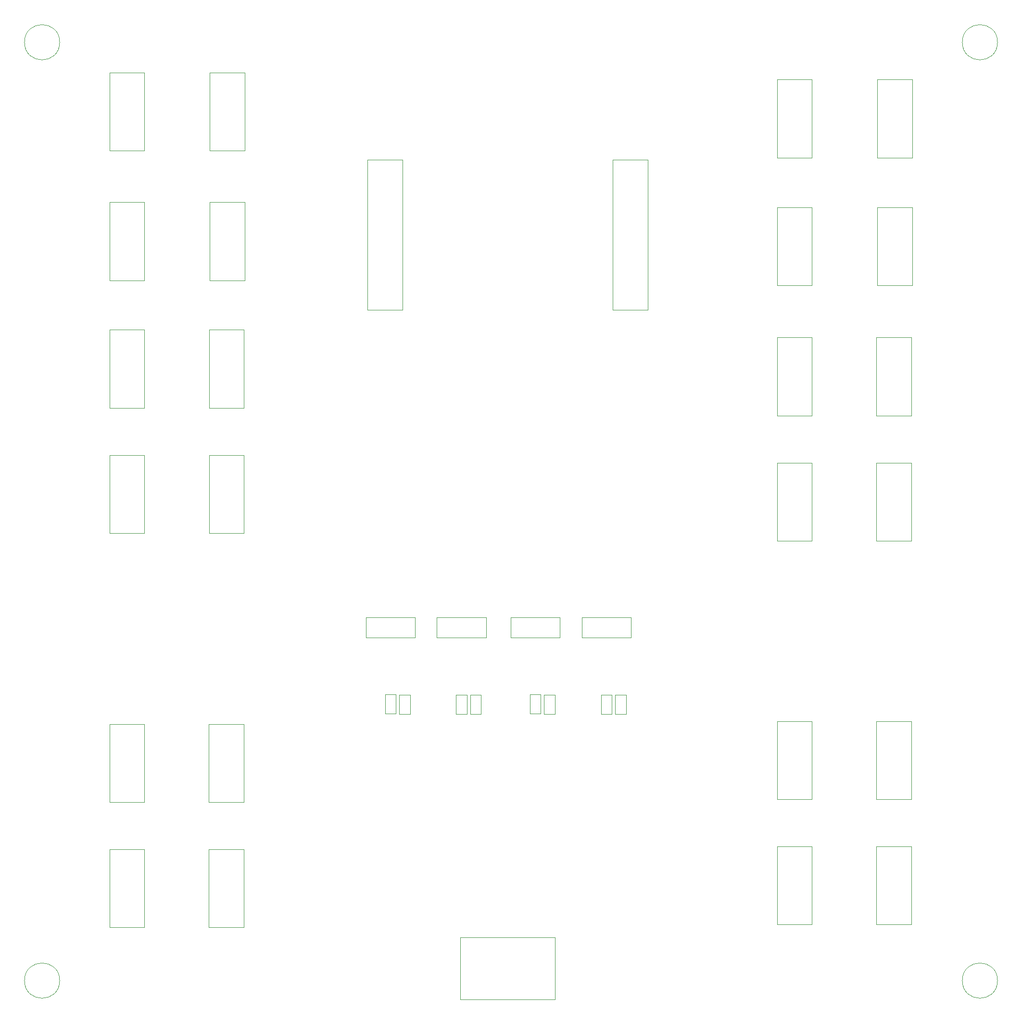
<source format=gbr>
%TF.GenerationSoftware,KiCad,Pcbnew,(6.0.9)*%
%TF.CreationDate,2023-01-09T12:20:17-05:00*%
%TF.ProjectId,Perris_Breakout,50657272-6973-45f4-9272-65616b6f7574,3*%
%TF.SameCoordinates,Original*%
%TF.FileFunction,Other,User*%
%FSLAX46Y46*%
G04 Gerber Fmt 4.6, Leading zero omitted, Abs format (unit mm)*
G04 Created by KiCad (PCBNEW (6.0.9)) date 2023-01-09 12:20:17*
%MOMM*%
%LPD*%
G01*
G04 APERTURE LIST*
%ADD10C,0.050000*%
%ADD11C,0.050800*%
G04 APERTURE END LIST*
D10*
%TO.C,J20*%
X54414272Y-188625000D02*
X54414272Y-202375000D01*
X60564272Y-188625000D02*
X54414272Y-188625000D01*
X60564272Y-202375000D02*
X60564272Y-188625000D01*
X54414272Y-202375000D02*
X60564272Y-202375000D01*
%TO.C,H4*%
X193244300Y-211740000D02*
G75*
G03*
X193244300Y-211740000I-3100000J0D01*
G01*
%TO.C,J9*%
X154425000Y-53215000D02*
X154425000Y-66965000D01*
X154425000Y-66965000D02*
X160575000Y-66965000D01*
X160575000Y-66965000D02*
X160575000Y-53215000D01*
X160575000Y-53215000D02*
X154425000Y-53215000D01*
%TO.C,R6*%
X115329300Y-161495000D02*
X115329300Y-164855000D01*
X115329300Y-164855000D02*
X113429300Y-164855000D01*
X113429300Y-161495000D02*
X115329300Y-161495000D01*
X113429300Y-164855000D02*
X113429300Y-161495000D01*
%TO.C,U1*%
X125500000Y-67280000D02*
X125500000Y-93730000D01*
X82320000Y-67280000D02*
X82320000Y-93730000D01*
X88470000Y-67280000D02*
X82320000Y-67280000D01*
X131650000Y-67280000D02*
X125500000Y-67280000D01*
X125500000Y-93730000D02*
X131650000Y-93730000D01*
D11*
X131650000Y-93730000D02*
X131650000Y-67280000D01*
D10*
X82320000Y-93730000D02*
X88470000Y-93730000D01*
X88470000Y-93730000D02*
X88470000Y-67280000D01*
%TO.C,J15*%
X160575000Y-134375000D02*
X160575000Y-120625000D01*
X154425000Y-120625000D02*
X154425000Y-134375000D01*
X160575000Y-120625000D02*
X154425000Y-120625000D01*
X154425000Y-134375000D02*
X160575000Y-134375000D01*
%TO.C,J25*%
X90719300Y-147790000D02*
X82069300Y-147790000D01*
X82069300Y-151390000D02*
X90719300Y-151390000D01*
X82069300Y-147790000D02*
X82069300Y-151390000D01*
X90719300Y-151390000D02*
X90719300Y-147790000D01*
%TO.C,J24*%
X178075000Y-201875000D02*
X178075000Y-188125000D01*
X171925000Y-188125000D02*
X171925000Y-201875000D01*
X171925000Y-201875000D02*
X178075000Y-201875000D01*
X178075000Y-188125000D02*
X171925000Y-188125000D01*
%TO.C,J14*%
X171925000Y-98590000D02*
X171925000Y-112340000D01*
X171925000Y-112340000D02*
X178075000Y-112340000D01*
X178075000Y-98590000D02*
X171925000Y-98590000D01*
X178075000Y-112340000D02*
X178075000Y-98590000D01*
%TO.C,J16*%
X178075000Y-134375000D02*
X178075000Y-120625000D01*
X178075000Y-120625000D02*
X171925000Y-120625000D01*
X171925000Y-120625000D02*
X171925000Y-134375000D01*
X171925000Y-134375000D02*
X178075000Y-134375000D01*
%TO.C,R2*%
X89829300Y-161495000D02*
X89829300Y-164855000D01*
X87929300Y-164855000D02*
X87929300Y-161495000D01*
X89829300Y-164855000D02*
X87929300Y-164855000D01*
X87929300Y-161495000D02*
X89829300Y-161495000D01*
%TO.C,J7*%
X43075000Y-119270000D02*
X36925000Y-119270000D01*
X36925000Y-133020000D02*
X43075000Y-133020000D01*
X36925000Y-119270000D02*
X36925000Y-133020000D01*
X43075000Y-133020000D02*
X43075000Y-119270000D01*
%TO.C,H3*%
X28144300Y-211740000D02*
G75*
G03*
X28144300Y-211740000I-3100000J0D01*
G01*
%TO.C,J21*%
X154425000Y-179840000D02*
X160575000Y-179840000D01*
X154425000Y-166090000D02*
X154425000Y-179840000D01*
X160575000Y-166090000D02*
X154425000Y-166090000D01*
X160575000Y-179840000D02*
X160575000Y-166090000D01*
%TO.C,J6*%
X60575000Y-110985000D02*
X60575000Y-97235000D01*
X54425000Y-110985000D02*
X60575000Y-110985000D01*
X54425000Y-97235000D02*
X54425000Y-110985000D01*
X60575000Y-97235000D02*
X54425000Y-97235000D01*
%TO.C,R8*%
X127829300Y-164855000D02*
X125929300Y-164855000D01*
X127829300Y-161495000D02*
X127829300Y-164855000D01*
X125929300Y-164855000D02*
X125929300Y-161495000D01*
X125929300Y-161495000D02*
X127829300Y-161495000D01*
%TO.C,J12*%
X172065000Y-75695000D02*
X172065000Y-89445000D01*
X178215000Y-89445000D02*
X178215000Y-75695000D01*
X178215000Y-75695000D02*
X172065000Y-75695000D01*
X172065000Y-89445000D02*
X178215000Y-89445000D01*
%TO.C,J28*%
X120054300Y-147790000D02*
X120054300Y-151390000D01*
X120054300Y-151390000D02*
X128704300Y-151390000D01*
X128704300Y-151390000D02*
X128704300Y-147790000D01*
X128704300Y-147790000D02*
X120054300Y-147790000D01*
%TO.C,J27*%
X107554300Y-147790000D02*
X107554300Y-151390000D01*
X116204300Y-151390000D02*
X116204300Y-147790000D01*
X107554300Y-151390000D02*
X116204300Y-151390000D01*
X116204300Y-147790000D02*
X107554300Y-147790000D01*
%TO.C,J5*%
X43075000Y-97235000D02*
X36925000Y-97235000D01*
X36925000Y-110985000D02*
X43075000Y-110985000D01*
X43075000Y-110985000D02*
X43075000Y-97235000D01*
X36925000Y-97235000D02*
X36925000Y-110985000D01*
%TO.C,J2*%
X54565000Y-51970000D02*
X54565000Y-65720000D01*
X60715000Y-51970000D02*
X54565000Y-51970000D01*
X54565000Y-65720000D02*
X60715000Y-65720000D01*
X60715000Y-65720000D02*
X60715000Y-51970000D01*
%TO.C,H1*%
X28144300Y-46640000D02*
G75*
G03*
X28144300Y-46640000I-3100000J0D01*
G01*
%TO.C,R5*%
X110929300Y-164767500D02*
X110929300Y-161407500D01*
X110929300Y-161407500D02*
X112829300Y-161407500D01*
X112829300Y-164767500D02*
X110929300Y-164767500D01*
X112829300Y-161407500D02*
X112829300Y-164767500D01*
%TO.C,J26*%
X103204300Y-147790000D02*
X94554300Y-147790000D01*
X94554300Y-151390000D02*
X103204300Y-151390000D01*
X103204300Y-151390000D02*
X103204300Y-147790000D01*
X94554300Y-147790000D02*
X94554300Y-151390000D01*
%TO.C,J1*%
X36925000Y-65720000D02*
X43075000Y-65720000D01*
X36925000Y-51970000D02*
X36925000Y-65720000D01*
X43075000Y-51970000D02*
X36925000Y-51970000D01*
X43075000Y-65720000D02*
X43075000Y-51970000D01*
%TO.C,R3*%
X99829300Y-164855000D02*
X97929300Y-164855000D01*
X99829300Y-161495000D02*
X99829300Y-164855000D01*
X97929300Y-161495000D02*
X99829300Y-161495000D01*
X97929300Y-164855000D02*
X97929300Y-161495000D01*
%TO.C,J19*%
X43064272Y-202375000D02*
X43064272Y-188625000D01*
X36914272Y-202375000D02*
X43064272Y-202375000D01*
X36914272Y-188625000D02*
X36914272Y-202375000D01*
X43064272Y-188625000D02*
X36914272Y-188625000D01*
%TO.C,R7*%
X125329300Y-164855000D02*
X123429300Y-164855000D01*
X123429300Y-164855000D02*
X123429300Y-161495000D01*
X123429300Y-161495000D02*
X125329300Y-161495000D01*
X125329300Y-161495000D02*
X125329300Y-164855000D01*
%TO.C,J18*%
X54414272Y-180340000D02*
X60564272Y-180340000D01*
X54414272Y-166590000D02*
X54414272Y-180340000D01*
X60564272Y-180340000D02*
X60564272Y-166590000D01*
X60564272Y-166590000D02*
X54414272Y-166590000D01*
%TO.C,J10*%
X172065000Y-53215000D02*
X172065000Y-66965000D01*
X178215000Y-53215000D02*
X172065000Y-53215000D01*
X178215000Y-66965000D02*
X178215000Y-53215000D01*
X172065000Y-66965000D02*
X178215000Y-66965000D01*
%TO.C,J11*%
X160575000Y-89445000D02*
X160575000Y-75695000D01*
X160575000Y-75695000D02*
X154425000Y-75695000D01*
X154425000Y-75695000D02*
X154425000Y-89445000D01*
X154425000Y-89445000D02*
X160575000Y-89445000D01*
%TO.C,J3*%
X43075000Y-74805000D02*
X36925000Y-74805000D01*
X36925000Y-88555000D02*
X43075000Y-88555000D01*
X43075000Y-88555000D02*
X43075000Y-74805000D01*
X36925000Y-74805000D02*
X36925000Y-88555000D01*
%TO.C,R4*%
X102329300Y-161495000D02*
X102329300Y-164855000D01*
X102329300Y-164855000D02*
X100429300Y-164855000D01*
X100429300Y-161495000D02*
X102329300Y-161495000D01*
X100429300Y-164855000D02*
X100429300Y-161495000D01*
%TO.C,J22*%
X171925000Y-166090000D02*
X171925000Y-179840000D01*
X178075000Y-166090000D02*
X171925000Y-166090000D01*
X178075000Y-179840000D02*
X178075000Y-166090000D01*
X171925000Y-179840000D02*
X178075000Y-179840000D01*
%TO.C,J23*%
X154425000Y-188125000D02*
X154425000Y-201875000D01*
X160575000Y-188125000D02*
X154425000Y-188125000D01*
X160575000Y-201875000D02*
X160575000Y-188125000D01*
X154425000Y-201875000D02*
X160575000Y-201875000D01*
%TO.C,R1*%
X85429300Y-161407500D02*
X87329300Y-161407500D01*
X87329300Y-164767500D02*
X85429300Y-164767500D01*
X87329300Y-161407500D02*
X87329300Y-164767500D01*
X85429300Y-164767500D02*
X85429300Y-161407500D01*
%TO.C,J4*%
X54565000Y-88555000D02*
X60715000Y-88555000D01*
X60715000Y-88555000D02*
X60715000Y-74805000D01*
X54565000Y-74805000D02*
X54565000Y-88555000D01*
X60715000Y-74805000D02*
X54565000Y-74805000D01*
%TO.C,J29*%
X98665200Y-204160000D02*
X115305200Y-204160000D01*
X115305200Y-204160000D02*
X115305200Y-215060000D01*
X115305200Y-215060000D02*
X98665200Y-215060000D01*
X98665200Y-215060000D02*
X98665200Y-204160000D01*
%TO.C,H2*%
X193244300Y-46640000D02*
G75*
G03*
X193244300Y-46640000I-3100000J0D01*
G01*
%TO.C,J8*%
X60575000Y-119270000D02*
X54425000Y-119270000D01*
X54425000Y-133020000D02*
X60575000Y-133020000D01*
X54425000Y-119270000D02*
X54425000Y-133020000D01*
X60575000Y-133020000D02*
X60575000Y-119270000D01*
%TO.C,J13*%
X160575000Y-98590000D02*
X154425000Y-98590000D01*
X154425000Y-112340000D02*
X160575000Y-112340000D01*
X160575000Y-112340000D02*
X160575000Y-98590000D01*
X154425000Y-98590000D02*
X154425000Y-112340000D01*
%TO.C,J17*%
X43064272Y-166590000D02*
X36914272Y-166590000D01*
X36914272Y-166590000D02*
X36914272Y-180340000D01*
X43064272Y-180340000D02*
X43064272Y-166590000D01*
X36914272Y-180340000D02*
X43064272Y-180340000D01*
%TD*%
M02*

</source>
